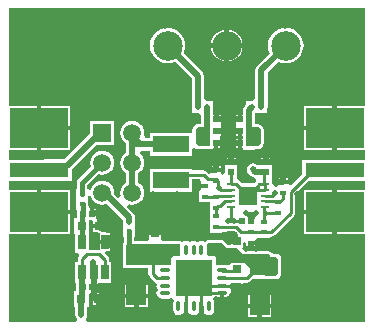
<source format=gtl>
G04*
G04 #@! TF.GenerationSoftware,Altium Limited,Altium Designer,20.0.13 (296)*
G04*
G04 Layer_Physical_Order=1*
G04 Layer_Color=255*
%FSLAX25Y25*%
%MOIN*%
G70*
G01*
G75*
%ADD10C,0.01000*%
%ADD16C,0.01500*%
%ADD19R,0.12000X0.05400*%
%ADD20R,0.01772X0.01772*%
%ADD21R,0.02047X0.02205*%
%ADD22R,0.02205X0.02047*%
%ADD23R,0.02756X0.00984*%
%ADD24R,0.06496X0.06496*%
%ADD25R,0.02165X0.01772*%
%ADD26R,0.03150X0.02953*%
%ADD27R,0.07000X0.06400*%
%ADD28R,0.01772X0.01772*%
%ADD29O,0.03937X0.01378*%
%ADD30O,0.01378X0.03937*%
%ADD31R,0.02953X0.03150*%
%ADD32R,0.02500X0.05000*%
%ADD54R,0.19685X0.13780*%
%ADD55R,0.19685X0.05000*%
%ADD56R,0.12402X0.12402*%
%ADD57C,0.02000*%
%ADD58R,0.05906X0.05906*%
%ADD59C,0.05906*%
%ADD60C,0.09843*%
%ADD61C,0.01968*%
%ADD62C,0.03150*%
G36*
X402500Y301290D02*
X393250D01*
Y294000D01*
Y286710D01*
X402500D01*
Y283500D01*
X381658D01*
Y278663D01*
X377883Y274888D01*
X377077Y275222D01*
X373917D01*
Y275138D01*
X373737Y274922D01*
X373028Y274418D01*
X372500Y274523D01*
X372488Y274521D01*
X371488Y275322D01*
Y276929D01*
X371488D01*
X371602Y277476D01*
X371602Y277476D01*
X371602Y277882D01*
Y281524D01*
X371002D01*
Y281821D01*
X369500D01*
X367998D01*
Y281539D01*
X366816D01*
X366728Y281628D01*
X366066Y282070D01*
X365286Y282225D01*
X364505Y282070D01*
X363844Y281628D01*
X363402Y280966D01*
X363247Y280186D01*
X363402Y279405D01*
X363844Y278744D01*
X364530Y278058D01*
X365191Y277616D01*
X365970Y277461D01*
X365973Y277457D01*
X366283Y276674D01*
X366298Y276461D01*
X365585Y275748D01*
X361464D01*
X360701Y276511D01*
X360504Y276643D01*
X360102Y277476D01*
Y281524D01*
X359502D01*
Y281821D01*
X358000D01*
X356498D01*
Y281524D01*
X355898D01*
Y278894D01*
X355083Y278386D01*
X354483Y279137D01*
X354483Y279293D01*
X351517D01*
Y279260D01*
X350517Y278846D01*
X349850Y279513D01*
X349354Y279844D01*
X348769Y279960D01*
X344851D01*
Y280232D01*
X330851D01*
Y272832D01*
X344851D01*
Y276902D01*
X347683D01*
X347817Y275957D01*
X347817D01*
Y275422D01*
X349300D01*
Y273922D01*
X347817D01*
Y273766D01*
X347217Y273014D01*
X347217Y273014D01*
X347217Y273014D01*
Y269243D01*
X350917D01*
Y265614D01*
Y262657D01*
Y259114D01*
X355083D01*
Y259371D01*
X358312D01*
X358405Y259231D01*
X358025Y258231D01*
X358025D01*
Y257104D01*
X360000D01*
Y255604D01*
X358025D01*
Y255020D01*
X356822D01*
X355521Y256321D01*
X355190Y256542D01*
X354800Y256620D01*
X350300D01*
X349910Y256542D01*
X349579Y256321D01*
X349233Y255975D01*
X348718Y256319D01*
X348059Y256450D01*
X347400Y256319D01*
X346841Y255946D01*
X346718D01*
X346159Y256319D01*
X345500Y256450D01*
X344841Y256319D01*
X344282Y255946D01*
X344159D01*
X343600Y256319D01*
X342941Y256450D01*
X342282Y256319D01*
X341723Y255946D01*
X341698Y255944D01*
X341521Y256121D01*
X341190Y256342D01*
X340800Y256420D01*
X340537D01*
X340382Y256450D01*
X340227Y256420D01*
X335402D01*
X334675Y257078D01*
X334675Y257420D01*
Y258204D01*
X332700D01*
X330725D01*
Y257420D01*
X330725Y257078D01*
X329998Y256420D01*
X325684D01*
Y257739D01*
X325786D01*
Y262004D01*
X325939Y262775D01*
Y264300D01*
X325784Y265080D01*
X325342Y265742D01*
X323369Y267715D01*
X323936Y268563D01*
X323968Y268549D01*
X325000Y268413D01*
X326032Y268549D01*
X326993Y268947D01*
X327819Y269581D01*
X328453Y270407D01*
X328851Y271368D01*
X328987Y272400D01*
X328851Y273432D01*
X328453Y274393D01*
X327819Y275219D01*
X327039Y275818D01*
Y278982D01*
X327819Y279581D01*
X328453Y280407D01*
X328851Y281368D01*
X328987Y282400D01*
X328851Y283432D01*
X328453Y284393D01*
X327819Y285219D01*
X327463Y285493D01*
X327802Y286493D01*
X330851D01*
Y284832D01*
X344851D01*
Y287015D01*
X345245Y287269D01*
X345851Y287451D01*
X346352Y287116D01*
X347132Y286961D01*
X347905D01*
Y286898D01*
X351953D01*
Y287498D01*
X352250D01*
Y289000D01*
X353000D01*
Y289750D01*
X354424D01*
Y290502D01*
X354424D01*
X354435Y291498D01*
X354459D01*
Y292250D01*
X353035D01*
Y293750D01*
X354459D01*
Y294502D01*
X354459D01*
Y295498D01*
X354459D01*
X354459Y295502D01*
Y296250D01*
X353035D01*
Y297000D01*
X352285D01*
Y298502D01*
X352039D01*
Y301000D01*
X351886Y301771D01*
Y302886D01*
X350771D01*
X350000Y303039D01*
X349890Y303017D01*
X348890Y303770D01*
Y311465D01*
X348890Y311465D01*
X348734Y312245D01*
X348292Y312907D01*
X348292Y312907D01*
X342195Y319004D01*
X342312Y319223D01*
X342651Y320339D01*
X342765Y321500D01*
X342651Y322661D01*
X342312Y323777D01*
X341762Y324806D01*
X341022Y325707D01*
X340121Y326447D01*
X339092Y326997D01*
X337976Y327336D01*
X336815Y327450D01*
X335654Y327336D01*
X334538Y326997D01*
X333509Y326447D01*
X332608Y325707D01*
X331868Y324806D01*
X331318Y323777D01*
X330979Y322661D01*
X330865Y321500D01*
X330979Y320339D01*
X331318Y319223D01*
X331868Y318194D01*
X332608Y317293D01*
X333509Y316553D01*
X334538Y316003D01*
X335654Y315664D01*
X336815Y315550D01*
X337976Y315664D01*
X339092Y316003D01*
X339311Y316120D01*
X344811Y310620D01*
Y301000D01*
X344965Y300229D01*
Y299114D01*
X346079D01*
X346850Y298961D01*
X346941Y298979D01*
X347941Y298217D01*
Y295358D01*
X347132D01*
X346352Y295203D01*
X345690Y294761D01*
X345249Y294099D01*
X345093Y293319D01*
Y293132D01*
X344851Y292232D01*
X344093Y292232D01*
X330851D01*
Y290571D01*
X329603D01*
X329208Y290990D01*
X328878Y291571D01*
X328987Y292400D01*
X328851Y293432D01*
X328453Y294393D01*
X327819Y295219D01*
X326993Y295853D01*
X326032Y296251D01*
X325000Y296387D01*
X323968Y296251D01*
X323007Y295853D01*
X322181Y295219D01*
X321547Y294393D01*
X321149Y293432D01*
X321013Y292400D01*
X321149Y291368D01*
X321547Y290407D01*
X322181Y289581D01*
X322961Y288982D01*
Y285818D01*
X322181Y285219D01*
X321547Y284393D01*
X321149Y283432D01*
X321013Y282400D01*
X321149Y281368D01*
X321547Y280407D01*
X322181Y279581D01*
X322961Y278982D01*
Y275818D01*
X322181Y275219D01*
X321547Y274393D01*
X321149Y273432D01*
X321013Y272400D01*
X321149Y271368D01*
X321163Y271336D01*
X320315Y270769D01*
X318952Y272132D01*
X318987Y272400D01*
X318851Y273432D01*
X318453Y274393D01*
X317819Y275219D01*
X316993Y275853D01*
X316032Y276251D01*
X315000Y276387D01*
X313968Y276251D01*
X313007Y275853D01*
X312181Y275219D01*
X311547Y274393D01*
X311149Y273432D01*
X310186Y273611D01*
Y273735D01*
X310084D01*
Y274961D01*
X313759Y278636D01*
X313968Y278549D01*
X315000Y278413D01*
X316032Y278549D01*
X316993Y278947D01*
X317819Y279581D01*
X318453Y280407D01*
X318851Y281368D01*
X318987Y282400D01*
X318851Y283432D01*
X318453Y284393D01*
X317819Y285219D01*
X316993Y285853D01*
X316032Y286251D01*
X315000Y286387D01*
X313968Y286251D01*
X313007Y285853D01*
X312181Y285219D01*
X311547Y284393D01*
X311149Y283432D01*
X311013Y282400D01*
X311149Y281368D01*
X311236Y281159D01*
X307038Y276962D01*
X306651Y276383D01*
X306516Y275700D01*
Y273735D01*
X306414D01*
Y269964D01*
Y266814D01*
X306499D01*
Y263863D01*
X305727D01*
Y258714D01*
X306058D01*
Y252488D01*
X307009D01*
X307392Y251565D01*
X307227Y251400D01*
X306895Y250904D01*
X306779Y250318D01*
Y249488D01*
X306058D01*
Y242489D01*
X306144D01*
Y239563D01*
X305582D01*
Y234414D01*
X306019D01*
Y231688D01*
X306174Y230908D01*
X306579Y230303D01*
X306513Y229996D01*
X306229Y229303D01*
X283903D01*
Y258710D01*
X293193D01*
Y266000D01*
Y273290D01*
X283903D01*
Y276500D01*
X304785D01*
Y280201D01*
X313031Y288447D01*
X318953D01*
Y296353D01*
X311047D01*
Y292231D01*
X304944Y286127D01*
X304185Y286783D01*
Y293250D01*
X294692D01*
Y286710D01*
X304112D01*
X304768Y285952D01*
X302355Y283539D01*
X295443D01*
X295246Y283500D01*
X283903D01*
Y286710D01*
X293193D01*
Y294000D01*
Y301290D01*
X283903D01*
Y334097D01*
X402500D01*
Y301290D01*
D02*
G37*
G36*
Y273290D02*
X393250D01*
Y266000D01*
Y258710D01*
X402500D01*
Y229303D01*
X309887D01*
X309603Y229996D01*
X309538Y230303D01*
X309942Y230908D01*
X310097Y231688D01*
Y234414D01*
X310535D01*
Y238680D01*
X310890Y238959D01*
X311133Y238915D01*
X311447Y238737D01*
X311890Y238279D01*
Y237738D01*
X313767D01*
X315643D01*
Y238963D01*
X313801D01*
X313017Y239486D01*
X313017Y239963D01*
Y240238D01*
X311594D01*
Y241739D01*
X313035D01*
X313558Y242489D01*
X314016Y242489D01*
X318058D01*
Y249488D01*
X317337D01*
Y250138D01*
X317221Y250724D01*
X316890Y251220D01*
X316021Y252088D01*
X316435Y253088D01*
X317458D01*
Y255239D01*
X314158D01*
X314158Y253500D01*
X314058Y253418D01*
X310558D01*
Y258714D01*
X310680D01*
Y263256D01*
X311104Y263422D01*
X311486Y263243D01*
X312036Y262729D01*
Y262038D01*
X313162D01*
Y263829D01*
X313017Y263986D01*
X313017Y264263D01*
Y264738D01*
X311594D01*
Y265489D01*
X310843D01*
Y267354D01*
X310546Y267591D01*
X310234Y268461D01*
X310220Y268529D01*
Y268564D01*
X310186Y268737D01*
Y271189D01*
X311149Y271368D01*
X311547Y270407D01*
X312181Y269581D01*
X313007Y268947D01*
X313968Y268549D01*
X315000Y268413D01*
X316032Y268549D01*
X316552Y268764D01*
X321861Y263455D01*
Y262775D01*
X322014Y262004D01*
Y257739D01*
X322116D01*
Y255626D01*
X322098Y255600D01*
X321900D01*
Y255099D01*
X321880Y255000D01*
Y248400D01*
X321900Y248302D01*
Y247200D01*
X330371D01*
Y245500D01*
X330487Y244915D01*
X330819Y244419D01*
X332246Y242991D01*
X332472Y242840D01*
X332814Y242483D01*
X333112Y241752D01*
X333050Y241441D01*
X333181Y240782D01*
X333520Y240161D01*
X333181Y239541D01*
X333050Y238882D01*
X333181Y238223D01*
X333554Y237664D01*
X334113Y237291D01*
X334772Y237160D01*
X337331D01*
X337948Y237282D01*
X338019Y237291D01*
X338791Y236519D01*
X338783Y236448D01*
X338660Y235831D01*
Y233272D01*
X338791Y232613D01*
X339164Y232054D01*
X339723Y231681D01*
X340382Y231550D01*
X341041Y231681D01*
X341600Y232054D01*
X342156Y232487D01*
X342191Y232463D01*
Y234551D01*
X343691D01*
Y232463D01*
X343726Y232487D01*
X344282Y232054D01*
X344841Y231681D01*
X345500Y231550D01*
X346159Y231681D01*
X346718Y232054D01*
X347274Y232487D01*
X347309Y232463D01*
Y234551D01*
X348809D01*
Y232463D01*
X348844Y232487D01*
X349400Y232054D01*
X349959Y231681D01*
X350618Y231550D01*
X351277Y231681D01*
X351836Y232054D01*
X352209Y232613D01*
X352340Y233272D01*
Y235831D01*
X352218Y236448D01*
X352101Y237399D01*
X352901Y237883D01*
X353101Y237952D01*
X353244Y237856D01*
X353669Y237772D01*
X354199D01*
Y238882D01*
X355699D01*
Y237772D01*
X356228D01*
X356653Y237856D01*
X357014Y238097D01*
X357254Y238457D01*
X357289Y238632D01*
X357794Y239069D01*
X358281Y239269D01*
X359250D01*
Y241146D01*
X360000D01*
Y241896D01*
X361975D01*
Y242471D01*
X363200D01*
X363785Y242587D01*
X364281Y242919D01*
X365163Y243800D01*
X369503D01*
X369700Y243761D01*
X372197D01*
X372700Y243661D01*
X373480Y243816D01*
X374142Y244258D01*
X374584Y244920D01*
X374739Y245700D01*
Y250100D01*
X374584Y250880D01*
X374142Y251542D01*
X373480Y251984D01*
X372700Y252139D01*
X372000D01*
Y252200D01*
X371642D01*
X371221Y252621D01*
X370890Y252842D01*
X370500Y252920D01*
X362575D01*
Y253122D01*
X362344D01*
X361725Y253876D01*
X361975Y254478D01*
X361975D01*
Y255746D01*
X362501Y256111D01*
X363017Y255845D01*
Y254443D01*
X363750D01*
Y255728D01*
X364500D01*
Y256478D01*
X365983D01*
Y256634D01*
X366583Y257386D01*
X366917Y257343D01*
Y257343D01*
X371083D01*
Y257771D01*
X371400D01*
X371985Y257887D01*
X372481Y258219D01*
X378981Y264719D01*
X379313Y265215D01*
X379429Y265800D01*
Y272109D01*
X383820Y276500D01*
X402500D01*
Y273290D01*
D02*
G37*
G36*
X341100Y255100D02*
Y251800D01*
X340800Y251500D01*
X338900D01*
X338000Y250600D01*
Y248800D01*
X337600Y248400D01*
X322900D01*
Y255000D01*
X323300Y255400D01*
X340800D01*
X341100Y255100D01*
D02*
G37*
G36*
X356400Y254000D02*
X360000D01*
X362100Y251900D01*
X370500D01*
X371000Y251400D01*
Y247800D01*
X370600Y247400D01*
X364000D01*
Y247700D01*
X362600Y249100D01*
X358000D01*
X357300Y248400D01*
X353400D01*
X353000Y248800D01*
Y251000D01*
X352500Y251500D01*
X350300D01*
X349900Y251900D01*
Y255200D01*
X350300Y255600D01*
X354800D01*
X356400Y254000D01*
D02*
G37*
%LPC*%
G36*
X357250Y326768D02*
Y322250D01*
X361768D01*
X361684Y322889D01*
X361148Y324184D01*
X360295Y325295D01*
X359184Y326148D01*
X357889Y326684D01*
X357250Y326768D01*
D02*
G37*
G36*
X355750D02*
X355111Y326684D01*
X353816Y326148D01*
X352705Y325295D01*
X351852Y324184D01*
X351316Y322889D01*
X351232Y322250D01*
X355750D01*
Y326768D01*
D02*
G37*
G36*
X361768Y320750D02*
X357250D01*
Y316232D01*
X357889Y316316D01*
X359184Y316852D01*
X360295Y317705D01*
X361148Y318816D01*
X361684Y320111D01*
X361768Y320750D01*
D02*
G37*
G36*
X355750D02*
X351232D01*
X351316Y320111D01*
X351852Y318816D01*
X352705Y317705D01*
X353816Y316852D01*
X355111Y316316D01*
X355750Y316232D01*
Y320750D01*
D02*
G37*
G36*
X376185Y327450D02*
X375024Y327336D01*
X373908Y326997D01*
X372879Y326447D01*
X371978Y325707D01*
X371238Y324806D01*
X370688Y323777D01*
X370350Y322661D01*
X370235Y321500D01*
X370350Y320339D01*
X370688Y319223D01*
X370805Y319004D01*
X366633Y314832D01*
X366191Y314170D01*
X366036Y313390D01*
Y303770D01*
X365036Y303017D01*
X364925Y303039D01*
X364154Y302886D01*
X363039D01*
Y301998D01*
X362529Y301488D01*
X362087Y300826D01*
X361932Y300046D01*
Y298428D01*
X361650D01*
Y296925D01*
X360900D01*
Y296175D01*
X359476D01*
Y295423D01*
X359476D01*
Y294428D01*
X359476D01*
Y293675D01*
X360900D01*
Y292925D01*
X361650D01*
Y291423D01*
X361932D01*
Y290402D01*
X361650D01*
Y288900D01*
Y287398D01*
X361947D01*
Y286798D01*
X365995D01*
Y286886D01*
X366803D01*
X367583Y287041D01*
X368245Y287483D01*
X368687Y288145D01*
X368842Y288925D01*
Y293244D01*
X368687Y294025D01*
X368245Y294686D01*
X367583Y295128D01*
X366803Y295284D01*
X366010D01*
Y299114D01*
X367304D01*
X368075Y298961D01*
X368846Y299114D01*
X369961D01*
Y300229D01*
X370114Y301000D01*
Y312545D01*
X373689Y316120D01*
X373908Y316003D01*
X375024Y315664D01*
X376185Y315550D01*
X377346Y315664D01*
X378462Y316003D01*
X379491Y316553D01*
X380392Y317293D01*
X381132Y318194D01*
X381682Y319223D01*
X382021Y320339D01*
X382135Y321500D01*
X382021Y322661D01*
X381682Y323777D01*
X381132Y324806D01*
X380392Y325707D01*
X379491Y326447D01*
X378462Y326997D01*
X377346Y327336D01*
X376185Y327450D01*
D02*
G37*
G36*
X354459Y298502D02*
X353785D01*
Y297750D01*
X354459D01*
Y298502D01*
D02*
G37*
G36*
X360150Y298428D02*
X359476D01*
Y297675D01*
X360150D01*
Y298428D01*
D02*
G37*
G36*
X304185Y301290D02*
X294692D01*
Y294750D01*
X304185D01*
Y301290D01*
D02*
G37*
G36*
X391750D02*
X382258D01*
Y294750D01*
X391750D01*
Y301290D01*
D02*
G37*
G36*
X360150Y292175D02*
X359476D01*
Y291423D01*
X360150D01*
Y292175D01*
D02*
G37*
G36*
Y290402D02*
X359476D01*
Y289650D01*
X360150D01*
Y290402D01*
D02*
G37*
G36*
X354424Y288250D02*
X353750D01*
Y287498D01*
X354424D01*
Y288250D01*
D02*
G37*
G36*
X360150Y288150D02*
X359476D01*
Y287398D01*
X360150D01*
Y288150D01*
D02*
G37*
G36*
X391750Y293250D02*
X382258D01*
Y286710D01*
X391750D01*
Y293250D01*
D02*
G37*
G36*
X371002Y283995D02*
X370250D01*
Y283321D01*
X371002D01*
Y283995D01*
D02*
G37*
G36*
X359502D02*
X358750D01*
Y283321D01*
X359502D01*
Y283995D01*
D02*
G37*
G36*
X368750D02*
X367998D01*
Y283321D01*
X368750D01*
Y283995D01*
D02*
G37*
G36*
X357250D02*
X356498D01*
Y283321D01*
X357250D01*
Y283995D01*
D02*
G37*
G36*
X354483Y281329D02*
X353750D01*
Y280793D01*
X354483D01*
Y281329D01*
D02*
G37*
G36*
X352250D02*
X351517D01*
Y280793D01*
X352250D01*
Y281329D01*
D02*
G37*
G36*
X376883Y277257D02*
X376150D01*
Y276722D01*
X376883D01*
Y277257D01*
D02*
G37*
G36*
X374650D02*
X373917D01*
Y276722D01*
X374650D01*
Y277257D01*
D02*
G37*
G36*
X304185Y273290D02*
X294692D01*
Y266750D01*
X304185D01*
Y273290D01*
D02*
G37*
G36*
X334675Y260831D02*
X333450D01*
Y259704D01*
X334675D01*
Y260831D01*
D02*
G37*
G36*
X331950D02*
X330725D01*
Y259704D01*
X331950D01*
Y260831D01*
D02*
G37*
G36*
X304185Y265250D02*
X294692D01*
Y258710D01*
X304185D01*
Y265250D01*
D02*
G37*
G36*
X391750Y273290D02*
X382258D01*
Y266750D01*
X391750D01*
Y273290D01*
D02*
G37*
G36*
X313017Y266991D02*
X312344D01*
Y266238D01*
X313017D01*
Y266991D01*
D02*
G37*
G36*
X315789Y263263D02*
X314662D01*
Y262038D01*
X315789D01*
Y263263D01*
D02*
G37*
G36*
X391750Y265250D02*
X382258D01*
Y258710D01*
X391750D01*
Y265250D01*
D02*
G37*
G36*
X315789Y260539D02*
X313912D01*
X312036D01*
Y259314D01*
X313334D01*
X314158Y258889D01*
X314158Y258314D01*
Y256738D01*
X317458D01*
Y258889D01*
X316613D01*
X315789Y259314D01*
X315789Y259889D01*
Y260539D01*
D02*
G37*
G36*
X365983Y254978D02*
X365250D01*
Y254443D01*
X365983D01*
Y254978D01*
D02*
G37*
G36*
X361975Y240396D02*
X360750D01*
Y239269D01*
X361975D01*
Y240396D01*
D02*
G37*
G36*
X330300Y241600D02*
X327150D01*
Y238750D01*
X330300D01*
Y241600D01*
D02*
G37*
G36*
X325650D02*
X322500D01*
Y238750D01*
X325650D01*
Y241600D01*
D02*
G37*
G36*
X371400Y238200D02*
X368250D01*
Y235350D01*
X371400D01*
Y238200D01*
D02*
G37*
G36*
X366750D02*
X363600D01*
Y235350D01*
X366750D01*
Y238200D01*
D02*
G37*
G36*
X315643Y236239D02*
X314517D01*
Y235014D01*
X315643D01*
Y236239D01*
D02*
G37*
G36*
X313017D02*
X311890D01*
Y235014D01*
X313017D01*
Y236239D01*
D02*
G37*
G36*
X330300Y237250D02*
X327150D01*
Y234400D01*
X330300D01*
Y237250D01*
D02*
G37*
G36*
X325650D02*
X322500D01*
Y234400D01*
X325650D01*
Y237250D01*
D02*
G37*
G36*
X371400Y233850D02*
X368250D01*
Y231000D01*
X371400D01*
Y233850D01*
D02*
G37*
G36*
X366750D02*
X363600D01*
Y231000D01*
X366750D01*
Y233850D01*
D02*
G37*
%LPD*%
D10*
X359000Y263000D02*
X361500D01*
X357890Y264110D02*
X358966Y263034D01*
X339750Y278431D02*
X348769D01*
X337851Y276532D02*
X339750Y278431D01*
X348769D02*
X350314Y276886D01*
X352811D01*
X353583Y276114D01*
Y274417D02*
X354011Y273989D01*
X354010Y273988D02*
X354530Y273468D01*
X354532D01*
X353583Y274417D02*
Y276114D01*
X332700Y253449D02*
X335900D01*
X367289Y273468D02*
Y273608D01*
X366449Y274449D02*
X366898Y273999D01*
X369072Y259300D02*
X371400D01*
X377900Y265800D02*
Y272743D01*
X371400Y259300D02*
X377900Y265800D01*
Y272743D02*
X385157Y280000D01*
X369000Y259228D02*
X369072Y259300D01*
X385157Y280000D02*
X392500D01*
X369118Y269524D02*
X374424D01*
X375400Y270500D02*
Y272428D01*
X374424Y269524D02*
X375400Y270500D01*
X353000Y261000D02*
X353100Y260900D01*
X359653D01*
X360012Y260610D02*
X361351Y259272D01*
X359943Y260610D02*
X360012D01*
X359653Y260900D02*
X359943Y260610D01*
X357000Y263034D02*
X358966D01*
X313689Y261066D02*
X313912Y261288D01*
X308308Y245988D02*
Y250318D01*
X309878Y251888D02*
X314058D01*
X308308Y250318D02*
X309878Y251888D01*
X315808Y245988D02*
Y250138D01*
X314058Y251888D02*
X315808Y250138D01*
X313544Y236766D02*
X313767Y236988D01*
X332700Y258954D02*
X332923Y258731D01*
X359777Y241369D02*
X360000Y241146D01*
X359040Y242105D02*
X359777Y241369D01*
X357475D02*
X358898Y239946D01*
X357475Y241369D02*
X358212Y242105D01*
X359040D01*
X357475Y241369D02*
X359777D01*
X348059Y241441D02*
X354949D01*
X355021Y241369D01*
X357475D01*
X348059Y234551D02*
Y241441D01*
X345500Y244000D02*
X348059Y241441D01*
X349831Y239669D02*
X350618Y238882D01*
X348059Y241441D02*
X349831Y239669D01*
X350618Y238882D02*
X354949D01*
X342941Y234551D02*
Y241441D01*
X345500Y244000D01*
X323900Y253900D02*
X326400Y251400D01*
X328449Y253449D02*
X332700D01*
X331900Y252446D02*
X332700Y253246D01*
X331900Y245500D02*
Y252446D01*
X335979Y244072D02*
X336051Y244000D01*
X333328Y244072D02*
X335979D01*
X331900Y245500D02*
X333328Y244072D01*
X335900Y253449D02*
X340382D01*
X336051Y249118D02*
Y253298D01*
X335900Y253449D02*
X336051Y253298D01*
X326400Y251400D02*
X328449Y253449D01*
X359425Y256929D02*
X359877Y256477D01*
X359097Y257257D02*
X359425Y256929D01*
X361351Y259272D02*
X364500D01*
X357000Y263034D02*
Y263221D01*
X358966Y263034D02*
X359000D01*
X359097Y257257D02*
Y258697D01*
X357000Y258700D02*
X357001Y258699D01*
X359095D02*
X359097Y258697D01*
X359877Y256477D02*
X360000Y256354D01*
X357000Y256600D02*
X357123Y256477D01*
X357000Y263221D02*
X357890Y264110D01*
Y267563D01*
X360000Y250646D02*
X364554D01*
X367200Y248000D01*
X355000Y250585D02*
Y252000D01*
Y249169D02*
Y250585D01*
X355061Y250646D02*
X360000D01*
X355000Y250585D02*
X355061Y250646D01*
X354949Y249118D02*
X355000Y249169D01*
X350618Y253449D02*
X353551D01*
X355000Y252000D01*
X359646Y246500D02*
X360000Y246854D01*
X355008Y246500D02*
X359646D01*
X354949Y246559D02*
X355008Y246500D01*
X354949Y244000D02*
X363200D01*
X367200Y248000D01*
X367500D01*
X369000Y265163D02*
X369565Y265728D01*
X369000Y266359D02*
Y267555D01*
Y265163D02*
Y266359D01*
X369565Y265728D02*
Y265794D01*
X369000Y266359D02*
X369565Y265794D01*
X369000Y262772D02*
Y265163D01*
X369565Y265728D02*
X373500D01*
X369000Y267555D02*
X369008Y267563D01*
X369110D01*
X363982Y263865D02*
Y264578D01*
X362921Y265638D02*
X366208D01*
X365147Y263865D02*
Y264578D01*
X363796Y265453D02*
X366022D01*
X366208Y265638D01*
X363451Y265108D02*
X363796Y265453D01*
X363451Y265108D02*
X363982Y264578D01*
X362921Y265638D02*
X363451Y265108D01*
X363982Y264578D02*
X365147D01*
X366022Y265453D01*
X363042Y253754D02*
X363917Y254630D01*
X365083D01*
X365613Y254099D02*
X366143Y253569D01*
X365083Y254630D02*
X365613Y254099D01*
X365268Y253754D02*
X365613Y254099D01*
X362857Y253569D02*
X363042Y253754D01*
X365268D01*
X362857Y253569D02*
X366143D01*
X363917Y254630D02*
Y255343D01*
X365083Y254630D02*
Y255343D01*
X365000Y259228D02*
X369000D01*
X353000Y264543D02*
Y267500D01*
X353386Y267886D01*
X354386D01*
X356024Y269524D01*
X357882D02*
X357890Y269531D01*
X356024Y269524D02*
X357882D01*
X352978Y271022D02*
X353175D01*
X353654Y271500D02*
X357890D01*
X353175Y271022D02*
X353654Y271500D01*
X349000Y271000D02*
X349022Y271022D01*
X352978D01*
X353000Y271043D01*
X366898Y273999D02*
X367289Y273608D01*
X366898Y273999D02*
Y274819D01*
X366958Y274879D01*
X367289Y273468D02*
X369110D01*
X365469D02*
X367289D01*
X366449Y274449D02*
X367429Y275429D01*
X365469Y273468D02*
X366449Y274449D01*
X369102Y275429D02*
X369110Y275437D01*
X367429Y275429D02*
X369102D01*
X357890Y275437D02*
X357898Y275429D01*
X359620D01*
X360752Y274297D01*
Y274248D02*
Y274297D01*
Y274248D02*
X363500Y271500D01*
X365469Y273468D01*
X369110D02*
Y275437D01*
X369008D02*
X369110D01*
X369000Y275445D02*
X369008Y275437D01*
X369000Y275445D02*
Y279000D01*
X369500Y279500D01*
X358000Y275445D02*
Y279500D01*
X357992Y275437D02*
X358000Y275445D01*
X357890Y275437D02*
X357992D01*
X369110Y269531D02*
X369118Y269524D01*
X369110Y271500D02*
X371467D01*
X372467Y272500D01*
X372500D01*
X354532Y273468D02*
X357890D01*
D16*
X308300Y271850D02*
Y275700D01*
X315000Y282400D01*
X308256Y256041D02*
Y261236D01*
X308436Y268292D02*
X308495Y268234D01*
Y265841D02*
Y268234D01*
X308204Y261288D02*
X308256Y261236D01*
X308436Y268292D02*
Y268564D01*
X308523Y265489D02*
Y265813D01*
X308256Y256041D02*
X308308Y255989D01*
X308495Y265841D02*
X308523Y265813D01*
X308308Y261288D02*
Y265512D01*
X308300Y268700D02*
X308436Y268564D01*
X323900Y253900D02*
Y259625D01*
D19*
X337851Y288532D02*
D03*
Y276532D02*
D03*
D20*
X350000Y301000D02*
D03*
X346850D02*
D03*
X364925D02*
D03*
X368075D02*
D03*
D21*
X363971Y296925D02*
D03*
X360900D02*
D03*
X363971Y292925D02*
D03*
X360900D02*
D03*
X363971Y288900D02*
D03*
X360900D02*
D03*
X353035Y297000D02*
D03*
X349965D02*
D03*
X353035Y293000D02*
D03*
X349965D02*
D03*
X353000Y289000D02*
D03*
X349929D02*
D03*
X364571Y263000D02*
D03*
X361500D02*
D03*
X311594Y265489D02*
D03*
X308523D02*
D03*
X311594Y240988D02*
D03*
X308523D02*
D03*
D22*
X369500Y282571D02*
D03*
Y279500D02*
D03*
X358000Y282571D02*
D03*
Y279500D02*
D03*
D23*
X357890Y271500D02*
D03*
Y273468D02*
D03*
Y275437D02*
D03*
X369110D02*
D03*
Y273468D02*
D03*
Y271500D02*
D03*
Y269531D02*
D03*
Y267563D02*
D03*
X357890Y269531D02*
D03*
Y267563D02*
D03*
D24*
X363500Y271500D02*
D03*
D25*
X353000Y276500D02*
D03*
Y280043D02*
D03*
Y267500D02*
D03*
Y271043D02*
D03*
X349300Y271128D02*
D03*
Y274672D02*
D03*
X353000Y261000D02*
D03*
Y264543D02*
D03*
X375400Y272428D02*
D03*
Y275972D02*
D03*
X373500Y265728D02*
D03*
Y269272D02*
D03*
X369000Y259228D02*
D03*
Y262772D02*
D03*
X364500Y259272D02*
D03*
Y255728D02*
D03*
D26*
X360000Y250646D02*
D03*
Y256354D02*
D03*
Y246854D02*
D03*
Y241146D02*
D03*
X332700Y253246D02*
D03*
Y258954D02*
D03*
D27*
X367500Y248000D02*
D03*
Y234600D02*
D03*
X326400Y251400D02*
D03*
Y238000D02*
D03*
D28*
X323900Y262775D02*
D03*
Y259625D02*
D03*
X308300Y271850D02*
D03*
Y268700D02*
D03*
D29*
X336051Y249118D02*
D03*
Y246559D02*
D03*
Y244000D02*
D03*
Y241441D02*
D03*
Y238882D02*
D03*
X354949D02*
D03*
Y241441D02*
D03*
Y244000D02*
D03*
Y246559D02*
D03*
Y249118D02*
D03*
D30*
X340382Y234551D02*
D03*
X342941D02*
D03*
X345500D02*
D03*
X348059D02*
D03*
X350618D02*
D03*
Y253449D02*
D03*
X348059D02*
D03*
X345500D02*
D03*
X342941D02*
D03*
X340382D02*
D03*
D31*
X308204Y261288D02*
D03*
X313912D02*
D03*
X308058Y236988D02*
D03*
X313767D02*
D03*
D32*
X312108Y245988D02*
D03*
X308308D02*
D03*
X315808Y255989D02*
D03*
Y245988D02*
D03*
X308308Y255989D02*
D03*
D54*
X293942Y266000D02*
D03*
Y294000D02*
D03*
X392500D02*
D03*
Y266000D02*
D03*
D55*
X293942Y280000D02*
D03*
X392500D02*
D03*
D56*
X345500Y244000D02*
D03*
D57*
X314100Y291500D02*
X315000Y292400D01*
X314900Y272300D02*
X315900D01*
X323900Y264300D01*
Y262775D02*
Y264300D01*
X348531Y289000D02*
Y293177D01*
X371400Y247900D02*
Y249850D01*
Y245800D02*
Y247900D01*
X367300D02*
X367600D01*
X350000Y295075D02*
Y301000D01*
X308183Y237113D02*
Y245864D01*
X325000Y291343D02*
Y292400D01*
Y288200D02*
Y291343D01*
X327600Y288532D02*
X337851D01*
X325332D02*
X327600D01*
X325000Y291343D02*
X327600Y288743D01*
Y288532D02*
Y288743D01*
X325000Y282400D02*
Y288200D01*
X325332Y288532D01*
X325000Y272400D02*
Y282400D01*
X349929Y293319D02*
Y295004D01*
X350000Y295075D01*
X367400Y279500D02*
X369500D01*
X365972D02*
X367400D01*
X365405Y288925D02*
Y293103D01*
X363971Y293004D02*
Y296925D01*
Y292925D02*
Y293004D01*
X367797Y282594D02*
X369476D01*
X367770Y282622D02*
X367797Y282594D01*
X369476D02*
X369500Y282571D01*
X365286Y280186D02*
X365972Y279500D01*
X369524Y282547D02*
Y284876D01*
Y282547D02*
X371853D01*
X366803Y288925D02*
Y291085D01*
Y293244D01*
X364073Y293028D02*
X364290Y293244D01*
X363995Y293028D02*
X364073D01*
X363971Y293004D02*
X363995Y293028D01*
X364006Y288925D02*
Y292764D01*
X363995Y292776D02*
X364006Y292764D01*
X363995Y292776D02*
Y292902D01*
X363971Y292925D02*
X363995Y292902D01*
X365405Y293103D02*
X365546Y293244D01*
X366803D01*
X364290D02*
X365546D01*
X365405Y288925D02*
X366803D01*
X364006D02*
X365405D01*
X348531Y289000D02*
X349929D01*
X347132D02*
X348531D01*
X348389Y293319D02*
X349645D01*
X347132D02*
X348389D01*
X348531Y293177D01*
X349941Y292976D02*
X349965Y293000D01*
X349941Y292850D02*
Y292976D01*
X349929Y292839D02*
X349941Y292850D01*
X349929Y289000D02*
Y292839D01*
X349965Y293000D02*
Y293079D01*
X349941Y293102D02*
X349965Y293079D01*
X349862Y293102D02*
X349941D01*
X349645Y293319D02*
X349862Y293102D01*
X347132Y291160D02*
Y293319D01*
Y289000D02*
Y291160D01*
X363971Y296925D02*
Y300046D01*
Y288900D02*
Y292925D01*
Y300046D02*
X364925Y301000D01*
X368075D02*
Y313390D01*
X376185Y321500D01*
X346850Y301000D02*
Y311465D01*
X336815Y321500D02*
X346850Y311465D01*
X295443Y281500D02*
X303200D01*
X313200Y291500D02*
X314100D01*
X303200Y281500D02*
X313200Y291500D01*
X371400Y247900D02*
X372700D01*
X367600D02*
X371400D01*
X371150Y250100D02*
X372700D01*
X369600D02*
X371150D01*
X371400Y245800D02*
X372600D01*
X369700D02*
X371400D01*
X371150Y250100D02*
X371400Y249850D01*
X367600Y247900D02*
X369700Y245800D01*
X367500Y248000D02*
X367600Y247900D01*
X367200Y248000D02*
X367300Y247900D01*
X367500Y248000D02*
X369600Y250100D01*
X372700Y247900D02*
Y250100D01*
Y245700D02*
Y247900D01*
X372600Y245800D02*
X372700Y245700D01*
X308058Y233889D02*
Y236988D01*
Y231688D02*
Y233889D01*
X375400Y275972D02*
Y278301D01*
X373071Y275972D02*
X375400D01*
X353000Y280043D02*
Y282372D01*
X350671Y280043D02*
X353000D01*
X358000Y282571D02*
X360329D01*
X358000D02*
Y284900D01*
X355671Y282571D02*
X358000D01*
X355687Y293000D02*
Y297000D01*
Y289035D02*
Y293000D01*
X355652Y289000D02*
X355687Y289035D01*
X358187Y293000D02*
Y297000D01*
Y289035D02*
Y293000D01*
X358152Y289000D02*
X358187Y289035D01*
X358152Y289000D02*
X360876D01*
X355652D02*
X358152D01*
X353000D02*
X355652D01*
X360876D02*
X360900Y288976D01*
Y288900D02*
Y288976D01*
X358187Y293000D02*
X360876D01*
X355687D02*
X358187D01*
X353035D02*
X355687D01*
X360876D02*
X360900Y292976D01*
Y292925D02*
Y292976D01*
X358187Y297000D02*
X360876D01*
X355687D02*
X358187D01*
X353035D02*
X355687D01*
X360876D02*
X360900Y296976D01*
Y296925D02*
Y296976D01*
X293942Y280000D02*
X295443Y281500D01*
X314900Y272300D02*
X315000Y272400D01*
X312108Y265588D02*
X313958D01*
X316367Y256059D02*
Y257189D01*
Y256059D02*
X317538Y254887D01*
X318312D01*
X316367Y257189D02*
X318312Y255243D01*
Y257189D01*
Y254887D02*
Y255243D01*
X316367Y257189D02*
X318312D01*
X315112Y262489D02*
X317058Y260543D01*
Y262489D01*
Y260187D02*
Y260543D01*
X315112Y260187D02*
X317058D01*
X314487Y260812D02*
X315112Y260187D01*
X314389Y260812D02*
X314487D01*
X313912Y261288D02*
Y261387D01*
X314389Y261863D01*
X314487D01*
X315112Y262489D01*
X317058D01*
X314243Y236512D02*
X314342D01*
X314967Y235887D01*
X316912D01*
Y236243D02*
Y238189D01*
X312058Y246039D02*
Y249289D01*
X312108Y241089D02*
Y245988D01*
X312058Y246039D02*
X312108Y245988D01*
Y238746D02*
Y241089D01*
X311617D02*
X312108D01*
X311594Y240988D02*
Y241065D01*
X311617Y241089D01*
X314967Y238189D02*
X316912Y236243D01*
X312108Y238746D02*
X313767Y237087D01*
X308183Y245864D02*
X308308Y245988D01*
X308058Y236988D02*
X308183Y237113D01*
X331500Y260154D02*
Y262100D01*
Y260154D02*
X332125Y259529D01*
Y259431D02*
Y259529D01*
Y259431D02*
X332602Y258954D01*
X332700D01*
X333176Y259431D02*
Y259529D01*
X333802Y260154D01*
Y262100D01*
X333446D02*
X333802D01*
X331500D02*
X333446D01*
X331500Y260154D02*
X333446Y262100D01*
X314967Y238189D02*
X316912D01*
X314342Y237563D02*
X314967Y238189D01*
X314243Y237563D02*
X314342D01*
X313767Y237087D02*
X314243Y237563D01*
X313767Y236988D02*
Y237087D01*
X316912Y235887D02*
Y236243D01*
X359254Y238000D02*
X361200Y239946D01*
X359254Y238000D02*
X361200D01*
X358898D02*
X359254D01*
X358898D02*
Y239946D01*
X359524Y240571D01*
Y240669D01*
X360000Y241146D02*
X360098D01*
X360575Y240669D01*
Y240571D02*
Y240669D01*
Y240571D02*
X361200Y239946D01*
Y238000D02*
Y239946D01*
X365250Y236750D02*
X367450Y234550D01*
X367650D02*
X369850Y236750D01*
X367450Y234550D02*
X367550Y234650D01*
X367450Y234550D02*
X367650D01*
X365250Y239450D02*
X367550D01*
X369850D01*
X365250Y238100D02*
X367550D01*
X369850D01*
X365250Y236750D02*
Y238100D01*
Y239450D01*
X367550Y234650D02*
Y238100D01*
Y239450D01*
X369850Y236750D02*
Y238100D01*
Y239450D01*
X328700Y241550D02*
Y242900D01*
Y240200D02*
Y241550D01*
X326400D02*
Y242900D01*
Y238100D02*
Y241550D01*
X324100D02*
Y242900D01*
Y240200D02*
Y241550D01*
X326400D02*
X328700D01*
X324100D02*
X326400D01*
Y242900D02*
X328700D01*
X324100D02*
X326400D01*
Y238000D02*
X326500D01*
X326300D02*
X326400D01*
X326300D02*
X326400Y238100D01*
X326500Y238000D02*
X328700Y240200D01*
X324100D02*
X326300Y238000D01*
X359779Y256477D02*
X359902Y256354D01*
X359425Y256831D02*
X359779Y256477D01*
X359425Y256929D02*
Y258369D01*
Y256831D02*
Y256929D01*
X357000Y256603D02*
X359095Y258699D01*
X359779Y256477D02*
X359877D01*
X357123D02*
X359779D01*
X359902Y256354D02*
X360000D01*
X359097Y258697D02*
X359425Y258369D01*
X357000Y256603D02*
Y258700D01*
Y256600D02*
Y256603D01*
X357001Y258699D02*
X359095D01*
D58*
X315000Y292400D02*
D03*
D59*
X325000D02*
D03*
X315000Y282400D02*
D03*
X325000D02*
D03*
X315000Y272400D02*
D03*
X325000D02*
D03*
D60*
X336815Y321500D02*
D03*
X356500D02*
D03*
X376185D02*
D03*
D61*
X320000Y264000D02*
D03*
X392000Y328000D02*
D03*
X396000Y320000D02*
D03*
X392000Y312000D02*
D03*
X396000Y304000D02*
D03*
Y256000D02*
D03*
X392000Y248000D02*
D03*
X396000Y240000D02*
D03*
X392000Y232000D02*
D03*
X384000Y328000D02*
D03*
X388000Y320000D02*
D03*
X384000Y312000D02*
D03*
X388000Y304000D02*
D03*
Y256000D02*
D03*
X384000Y248000D02*
D03*
X388000Y240000D02*
D03*
X384000Y232000D02*
D03*
X376000Y328000D02*
D03*
Y312000D02*
D03*
X380000Y304000D02*
D03*
X376000Y296000D02*
D03*
X380000Y288000D02*
D03*
Y272000D02*
D03*
Y256000D02*
D03*
X376000Y248000D02*
D03*
X380000Y240000D02*
D03*
X376000Y232000D02*
D03*
X368000Y328000D02*
D03*
X372000Y304000D02*
D03*
X368000Y296000D02*
D03*
X372000Y288000D02*
D03*
X360000Y328000D02*
D03*
X364000Y320000D02*
D03*
X360000Y312000D02*
D03*
X364000Y304000D02*
D03*
X352000Y328000D02*
D03*
Y312000D02*
D03*
X356000Y304000D02*
D03*
X344000Y328000D02*
D03*
X348000Y320000D02*
D03*
X344000Y296000D02*
D03*
Y264000D02*
D03*
X336000Y328000D02*
D03*
Y312000D02*
D03*
X340000Y304000D02*
D03*
X336000Y296000D02*
D03*
X340000Y272000D02*
D03*
X336000Y264000D02*
D03*
X328000Y328000D02*
D03*
Y312000D02*
D03*
X332000Y304000D02*
D03*
X328000Y296000D02*
D03*
X332000Y272000D02*
D03*
X328000Y264000D02*
D03*
X332000Y240000D02*
D03*
X320000Y328000D02*
D03*
X324000Y320000D02*
D03*
X320000Y312000D02*
D03*
X324000Y304000D02*
D03*
X320000Y296000D02*
D03*
Y248000D02*
D03*
X312000Y328000D02*
D03*
X316000Y320000D02*
D03*
X312000Y312000D02*
D03*
X316000Y304000D02*
D03*
X304000Y328000D02*
D03*
X308000Y320000D02*
D03*
X304000Y312000D02*
D03*
X308000Y304000D02*
D03*
X304000Y248000D02*
D03*
Y232000D02*
D03*
X296000Y328000D02*
D03*
X300000Y320000D02*
D03*
X296000Y312000D02*
D03*
X300000Y304000D02*
D03*
Y256000D02*
D03*
X296000Y248000D02*
D03*
X300000Y240000D02*
D03*
X296000Y232000D02*
D03*
X288000Y328000D02*
D03*
X292000Y320000D02*
D03*
X288000Y312000D02*
D03*
X292000Y304000D02*
D03*
Y256000D02*
D03*
X288000Y248000D02*
D03*
X292000Y240000D02*
D03*
X288000Y232000D02*
D03*
X346200Y273000D02*
D03*
Y275600D02*
D03*
X354010Y273988D02*
D03*
X367770Y282622D02*
D03*
X367400Y279500D02*
D03*
X365286Y280186D02*
D03*
X369528Y284882D02*
D03*
X366803Y288925D02*
D03*
Y291085D02*
D03*
Y293244D02*
D03*
X347132Y293319D02*
D03*
Y291160D02*
D03*
Y289000D02*
D03*
X372700Y245700D02*
D03*
Y247900D02*
D03*
Y250100D02*
D03*
X308058Y231688D02*
D03*
Y233889D02*
D03*
X375396Y278307D02*
D03*
X373065Y275968D02*
D03*
X353004Y282378D02*
D03*
X350665Y280047D02*
D03*
X360335Y282567D02*
D03*
X358004Y284906D02*
D03*
X355665Y282575D02*
D03*
X371859Y282543D02*
D03*
X355687Y297000D02*
D03*
X358187D02*
D03*
X355687Y293000D02*
D03*
X358187D02*
D03*
X358152Y289000D02*
D03*
X355652D02*
D03*
X313958Y265588D02*
D03*
X318312Y254887D02*
D03*
Y257189D02*
D03*
X317058Y260187D02*
D03*
Y262489D02*
D03*
X312058Y249289D02*
D03*
X331500Y262100D02*
D03*
X333802D02*
D03*
X316912Y238189D02*
D03*
Y235887D02*
D03*
X358898Y238000D02*
D03*
X361200D02*
D03*
X365250Y239450D02*
D03*
X367550D02*
D03*
X369850D02*
D03*
X328700Y242900D02*
D03*
X326400D02*
D03*
X324100D02*
D03*
X359000Y263034D02*
D03*
X357000D02*
D03*
X359097Y258697D02*
D03*
X357000Y258700D02*
D03*
Y256600D02*
D03*
X362921Y265638D02*
D03*
X366208D02*
D03*
X362857Y253569D02*
D03*
X366143D02*
D03*
X372500Y272500D02*
D03*
D62*
X341169Y248331D02*
D03*
X345500D02*
D03*
X349831D02*
D03*
X341169Y244000D02*
D03*
X345500D02*
D03*
X349831D02*
D03*
X341169Y239669D02*
D03*
X345500D02*
D03*
X349831D02*
D03*
M02*

</source>
